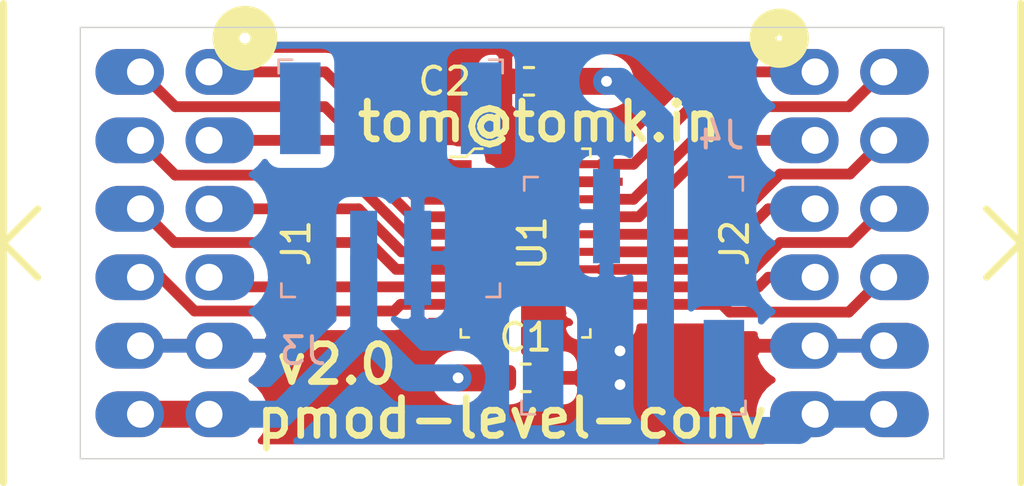
<source format=kicad_pcb>
(kicad_pcb (version 20171130) (host pcbnew 5.1.4+dfsg1-1)

  (general
    (thickness 1.6)
    (drawings 7)
    (tracks 93)
    (zones 0)
    (modules 7)
    (nets 20)
  )

  (page A4)
  (layers
    (0 F.Cu signal)
    (31 B.Cu signal)
    (32 B.Adhes user)
    (33 F.Adhes user)
    (34 B.Paste user)
    (35 F.Paste user)
    (36 B.SilkS user)
    (37 F.SilkS user)
    (38 B.Mask user)
    (39 F.Mask user)
    (40 Dwgs.User user)
    (41 Cmts.User user)
    (42 Eco1.User user)
    (43 Eco2.User user)
    (44 Edge.Cuts user)
    (45 Margin user)
    (46 B.CrtYd user)
    (47 F.CrtYd user)
    (48 B.Fab user)
    (49 F.Fab user)
  )

  (setup
    (last_trace_width 0.4)
    (user_trace_width 0.4)
    (user_trace_width 1)
    (trace_clearance 0.2)
    (zone_clearance 0.508)
    (zone_45_only no)
    (trace_min 0.2)
    (via_size 0.8)
    (via_drill 0.4)
    (via_min_size 0.4)
    (via_min_drill 0.3)
    (uvia_size 0.3)
    (uvia_drill 0.1)
    (uvias_allowed no)
    (uvia_min_size 0.2)
    (uvia_min_drill 0.1)
    (edge_width 0.05)
    (segment_width 0.2)
    (pcb_text_width 0.3)
    (pcb_text_size 1.5 1.5)
    (mod_edge_width 0.12)
    (mod_text_size 1 1)
    (mod_text_width 0.15)
    (pad_size 1.524 1.524)
    (pad_drill 0.762)
    (pad_to_mask_clearance 0.051)
    (solder_mask_min_width 0.25)
    (aux_axis_origin 84.5 86)
    (visible_elements FFFDFF7F)
    (pcbplotparams
      (layerselection 0x010f0_ffffffff)
      (usegerberextensions false)
      (usegerberattributes false)
      (usegerberadvancedattributes false)
      (creategerberjobfile false)
      (excludeedgelayer true)
      (linewidth 0.100000)
      (plotframeref false)
      (viasonmask false)
      (mode 1)
      (useauxorigin true)
      (hpglpennumber 1)
      (hpglpenspeed 20)
      (hpglpendiameter 15.000000)
      (psnegative false)
      (psa4output false)
      (plotreference true)
      (plotvalue true)
      (plotinvisibletext false)
      (padsonsilk false)
      (subtractmaskfromsilk false)
      (outputformat 1)
      (mirror false)
      (drillshape 0)
      (scaleselection 1)
      (outputdirectory "gerber"))
  )

  (net 0 "")
  (net 1 GND)
  (net 2 /VCCA)
  (net 3 /VCCB)
  (net 4 /A4)
  (net 5 /A8)
  (net 6 /A3)
  (net 7 /A7)
  (net 8 /A2)
  (net 9 /A6)
  (net 10 /A1)
  (net 11 /A5)
  (net 12 /B8)
  (net 13 /B4)
  (net 14 /B7)
  (net 15 /B3)
  (net 16 /B6)
  (net 17 /B2)
  (net 18 /B5)
  (net 19 /B1)

  (net_class Default "This is the default net class."
    (clearance 0.2)
    (trace_width 0.25)
    (via_dia 0.8)
    (via_drill 0.4)
    (uvia_dia 0.3)
    (uvia_drill 0.1)
    (add_net /A1)
    (add_net /A2)
    (add_net /A3)
    (add_net /A4)
    (add_net /A5)
    (add_net /A6)
    (add_net /A7)
    (add_net /A8)
    (add_net /B1)
    (add_net /B2)
    (add_net /B3)
    (add_net /B4)
    (add_net /B5)
    (add_net /B6)
    (add_net /B7)
    (add_net /B8)
    (add_net /VCCA)
    (add_net /VCCB)
    (add_net GND)
  )

  (module digikey-footprints:TSSOP-20_W4.4mm (layer F.Cu) (tedit 5D28AC99) (tstamp 5DC6C6BC)
    (at 101 78 270)
    (descr http://www.ti.com/lit/ds/symlink/txb0108.pdf)
    (path /5DC6D489)
    (attr smd)
    (fp_text reference U1 (at 0 -0.25 90) (layer F.SilkS)
      (effects (font (size 1 1) (thickness 0.15)))
    )
    (fp_text value TXB0108PWR (at 0 5.22 90) (layer F.Fab)
      (effects (font (size 1 1) (thickness 0.15)))
    )
    (fp_line (start 3.25 -2.2) (end 3.25 2.2) (layer F.Fab) (width 0.1))
    (fp_line (start -3.25 -2.2) (end 3.25 -2.2) (layer F.Fab) (width 0.1))
    (fp_line (start 3.5 -2.4) (end 3.5 -2.1) (layer F.SilkS) (width 0.1))
    (fp_line (start 3.2 -2.4) (end 3.5 -2.4) (layer F.SilkS) (width 0.1))
    (fp_line (start -3.5 -2.4) (end -3.5 -2.1) (layer F.SilkS) (width 0.1))
    (fp_line (start -3.2 -2.4) (end -3.5 -2.4) (layer F.SilkS) (width 0.1))
    (fp_line (start 3.5 2.4) (end 3.5 2.1) (layer F.SilkS) (width 0.1))
    (fp_line (start 3.5 2.4) (end 3.2 2.4) (layer F.SilkS) (width 0.1))
    (fp_line (start -3.24 1.74) (end -2.74 2.2) (layer F.Fab) (width 0.1))
    (fp_line (start -3.25 -2.2) (end -3.25 1.73) (layer F.Fab) (width 0.1))
    (fp_line (start 3.25 2.2) (end -2.73 2.2) (layer F.Fab) (width 0.1))
    (fp_line (start -3.2 2.2) (end -3.2 2.8) (layer F.SilkS) (width 0.1))
    (fp_line (start -3.5 1.9) (end -3.2 2.2) (layer F.SilkS) (width 0.1))
    (fp_line (start -3.5 1.6) (end -3.5 1.9) (layer F.SilkS) (width 0.1))
    (fp_line (start -3.5 -3.85) (end -3.5 3.85) (layer F.CrtYd) (width 0.05))
    (fp_line (start 3.5 -3.85) (end 3.5 3.85) (layer F.CrtYd) (width 0.05))
    (fp_line (start -3.5 -3.85) (end 3.5 -3.85) (layer F.CrtYd) (width 0.05))
    (fp_line (start -3.5 3.85) (end 3.5 3.85) (layer F.CrtYd) (width 0.05))
    (fp_text user REF** (at 0 0 90) (layer F.Fab)
      (effects (font (size 1 1) (thickness 0.1)))
    )
    (pad 20 smd rect (at -2.925 -2.8 270) (size 0.3 1.6) (layers F.Cu F.Paste F.Mask)
      (net 19 /B1) (solder_mask_margin 0.07))
    (pad 19 smd rect (at -2.275 -2.8 270) (size 0.3 1.6) (layers F.Cu F.Paste F.Mask)
      (net 3 /VCCB) (solder_mask_margin 0.07))
    (pad 18 smd rect (at -1.625 -2.8 270) (size 0.3 1.6) (layers F.Cu F.Paste F.Mask)
      (net 17 /B2) (solder_mask_margin 0.07))
    (pad 17 smd rect (at -0.975 -2.8 270) (size 0.3 1.6) (layers F.Cu F.Paste F.Mask)
      (net 15 /B3) (solder_mask_margin 0.07))
    (pad 16 smd rect (at -0.325 -2.8 270) (size 0.3 1.6) (layers F.Cu F.Paste F.Mask)
      (net 13 /B4) (solder_mask_margin 0.07))
    (pad 15 smd rect (at 0.325 -2.8 270) (size 0.3 1.6) (layers F.Cu F.Paste F.Mask)
      (net 18 /B5) (solder_mask_margin 0.07))
    (pad 14 smd rect (at 0.975 -2.8 270) (size 0.3 1.6) (layers F.Cu F.Paste F.Mask)
      (net 16 /B6) (solder_mask_margin 0.07))
    (pad 13 smd rect (at 1.625 -2.8 270) (size 0.3 1.6) (layers F.Cu F.Paste F.Mask)
      (net 14 /B7) (solder_mask_margin 0.07))
    (pad 12 smd rect (at 2.275 -2.8 270) (size 0.3 1.6) (layers F.Cu F.Paste F.Mask)
      (net 12 /B8) (solder_mask_margin 0.07))
    (pad 11 smd rect (at 2.925 -2.8 270) (size 0.3 1.6) (layers F.Cu F.Paste F.Mask)
      (net 1 GND) (solder_mask_margin 0.07))
    (pad 10 smd rect (at 2.925 2.8 270) (size 0.3 1.6) (layers F.Cu F.Paste F.Mask)
      (net 2 /VCCA) (solder_mask_margin 0.07))
    (pad 9 smd rect (at 2.275 2.8 270) (size 0.3 1.6) (layers F.Cu F.Paste F.Mask)
      (net 5 /A8) (solder_mask_margin 0.07))
    (pad 8 smd rect (at 1.625 2.8 270) (size 0.3 1.6) (layers F.Cu F.Paste F.Mask)
      (net 7 /A7) (solder_mask_margin 0.07))
    (pad 7 smd rect (at 0.975 2.8 270) (size 0.3 1.6) (layers F.Cu F.Paste F.Mask)
      (net 9 /A6) (solder_mask_margin 0.07))
    (pad 6 smd rect (at 0.325 2.8 270) (size 0.3 1.6) (layers F.Cu F.Paste F.Mask)
      (net 11 /A5) (solder_mask_margin 0.07))
    (pad 5 smd rect (at -0.325 2.8 270) (size 0.3 1.6) (layers F.Cu F.Paste F.Mask)
      (net 4 /A4) (solder_mask_margin 0.07))
    (pad 4 smd rect (at -0.975 2.8 270) (size 0.3 1.6) (layers F.Cu F.Paste F.Mask)
      (net 6 /A3) (solder_mask_margin 0.07))
    (pad 3 smd rect (at -1.625 2.8 270) (size 0.3 1.6) (layers F.Cu F.Paste F.Mask)
      (net 8 /A2) (solder_mask_margin 0.07))
    (pad 2 smd rect (at -2.275 2.8 270) (size 0.3 1.6) (layers F.Cu F.Paste F.Mask)
      (net 2 /VCCA) (solder_mask_margin 0.07))
    (pad 1 smd rect (at -2.925 2.8 270) (size 0.3 1.6) (layers F.Cu F.Paste F.Mask)
      (net 10 /A1) (solder_mask_margin 0.07))
  )

  (module digikey-footprints:PinHeader_2x1mm_P2mm_SMD_RA (layer B.Cu) (tedit 5D28955D) (tstamp 5DC6C7C1)
    (at 105 77)
    (path /5DC8599C)
    (attr smd)
    (fp_text reference J4 (at 3.25 -3) (layer B.SilkS)
      (effects (font (size 1 1) (thickness 0.15)) (justify mirror))
    )
    (fp_text value VCCB (at 0 -2.99) (layer B.Fab)
      (effects (font (size 1 1) (thickness 0.15)) (justify mirror))
    )
    (fp_line (start -3.95 7.25) (end 3.95 7.25) (layer B.Fab) (width 0.1))
    (fp_line (start 3.95 7.25) (end 3.95 -1.35) (layer B.Fab) (width 0.1))
    (fp_line (start -3.95 -1.35) (end 3.95 -1.35) (layer B.Fab) (width 0.1))
    (fp_line (start -3.95 7.25) (end -3.95 -1.35) (layer B.Fab) (width 0.1))
    (fp_line (start -4.15 7.35) (end -4.15 6.85) (layer B.SilkS) (width 0.1))
    (fp_line (start -4.15 7.35) (end -3.65 7.35) (layer B.SilkS) (width 0.1))
    (fp_line (start 4.15 7.35) (end 3.65 7.35) (layer B.SilkS) (width 0.1))
    (fp_line (start 4.15 7.35) (end 4.15 6.85) (layer B.SilkS) (width 0.1))
    (fp_line (start 4.05 -1.45) (end 3.55 -1.45) (layer B.SilkS) (width 0.1))
    (fp_line (start 4.05 -1.45) (end 4.05 -0.95) (layer B.SilkS) (width 0.1))
    (fp_line (start -4.05 -1.45) (end -3.55 -1.45) (layer B.SilkS) (width 0.1))
    (fp_line (start -4.05 -1.45) (end -4.05 -0.95) (layer B.SilkS) (width 0.1))
    (fp_line (start 4.35 7.5) (end -4.35 7.5) (layer B.CrtYd) (width 0.05))
    (fp_line (start 4.35 7.5) (end 4.35 -2) (layer B.CrtYd) (width 0.05))
    (fp_line (start 4.35 -2) (end -4.35 -2) (layer B.CrtYd) (width 0.05))
    (fp_line (start -4.35 7.5) (end -4.35 -2) (layer B.CrtYd) (width 0.05))
    (fp_text user %R (at 0 3.5) (layer B.Fab)
      (effects (font (size 1 1) (thickness 0.15)) (justify mirror))
    )
    (pad "" smd rect (at 3.35 5.55) (size 1.5 3.4) (layers B.Cu B.Paste B.Mask))
    (pad "" smd rect (at -3.35 5.55) (size 1.5 3.4) (layers B.Cu B.Paste B.Mask))
    (pad 2 smd rect (at 1 0) (size 1 3.5) (layers B.Cu B.Paste B.Mask)
      (net 3 /VCCB))
    (pad 1 smd rect (at -1 0) (size 1 3.5) (layers B.Cu B.Paste B.Mask)
      (net 1 GND))
  )

  (module digikey-footprints:PinHeader_2x1mm_P2mm_SMD_RA (layer B.Cu) (tedit 5D28955D) (tstamp 5DC6C5B8)
    (at 96 78.55 180)
    (path /5DC8D228)
    (attr smd)
    (fp_text reference J3 (at 3.25 -3.45) (layer B.SilkS)
      (effects (font (size 1 1) (thickness 0.15)) (justify mirror))
    )
    (fp_text value VCCA (at 0 -2.99) (layer B.Fab)
      (effects (font (size 1 1) (thickness 0.15)) (justify mirror))
    )
    (fp_line (start -3.95 7.25) (end 3.95 7.25) (layer B.Fab) (width 0.1))
    (fp_line (start 3.95 7.25) (end 3.95 -1.35) (layer B.Fab) (width 0.1))
    (fp_line (start -3.95 -1.35) (end 3.95 -1.35) (layer B.Fab) (width 0.1))
    (fp_line (start -3.95 7.25) (end -3.95 -1.35) (layer B.Fab) (width 0.1))
    (fp_line (start -4.15 7.35) (end -4.15 6.85) (layer B.SilkS) (width 0.1))
    (fp_line (start -4.15 7.35) (end -3.65 7.35) (layer B.SilkS) (width 0.1))
    (fp_line (start 4.15 7.35) (end 3.65 7.35) (layer B.SilkS) (width 0.1))
    (fp_line (start 4.15 7.35) (end 4.15 6.85) (layer B.SilkS) (width 0.1))
    (fp_line (start 4.05 -1.45) (end 3.55 -1.45) (layer B.SilkS) (width 0.1))
    (fp_line (start 4.05 -1.45) (end 4.05 -0.95) (layer B.SilkS) (width 0.1))
    (fp_line (start -4.05 -1.45) (end -3.55 -1.45) (layer B.SilkS) (width 0.1))
    (fp_line (start -4.05 -1.45) (end -4.05 -0.95) (layer B.SilkS) (width 0.1))
    (fp_line (start 4.35 7.5) (end -4.35 7.5) (layer B.CrtYd) (width 0.05))
    (fp_line (start 4.35 7.5) (end 4.35 -2) (layer B.CrtYd) (width 0.05))
    (fp_line (start 4.35 -2) (end -4.35 -2) (layer B.CrtYd) (width 0.05))
    (fp_line (start -4.35 7.5) (end -4.35 -2) (layer B.CrtYd) (width 0.05))
    (fp_text user %R (at 0 3.5) (layer B.Fab)
      (effects (font (size 1 1) (thickness 0.15)) (justify mirror))
    )
    (pad "" smd rect (at 3.35 5.55 180) (size 1.5 3.4) (layers B.Cu B.Paste B.Mask))
    (pad "" smd rect (at -3.35 5.55 180) (size 1.5 3.4) (layers B.Cu B.Paste B.Mask))
    (pad 2 smd rect (at 1 0 180) (size 1 3.5) (layers B.Cu B.Paste B.Mask)
      (net 2 /VCCA))
    (pad 1 smd rect (at -1 0 180) (size 1 3.5) (layers B.Cu B.Paste B.Mask)
      (net 1 GND))
  )

  (module tom-connectors:PMOD_2X6_PTH_RA_SOCKET (layer F.Cu) (tedit 5DA386D0) (tstamp 5DC6CA2F)
    (at 113 78 90)
    (path /5DC6BCB4)
    (attr smd)
    (fp_text reference J2 (at 0 -4.25 90) (layer F.SilkS)
      (effects (font (size 1 1) (thickness 0.15)))
    )
    (fp_text value PMOD-2x6-FEMALE (at 0 0 90) (layer F.SilkS) hide
      (effects (font (size 1 1) (thickness 0.15)))
    )
    (fp_circle (center 7.6 -2.6) (end 7.7 -2.6) (layer F.SilkS) (width 1))
    (fp_line (start 0 6.35) (end -1.27 5.08) (layer F.SilkS) (width 0.254))
    (fp_line (start 1.27 5.08) (end 0 6.35) (layer F.SilkS) (width 0.254))
    (fp_line (start 0 6.35) (end -8.89 6.35) (layer F.SilkS) (width 0.254))
    (fp_line (start 8.89 6.35) (end 0 6.35) (layer F.SilkS) (width 0.254))
    (pad 12 thru_hole oval (at -6.35 1.27) (size 2.54 1.7) (drill 1 (offset 0.4 0)) (layers *.Cu *.Mask)
      (net 3 /VCCB))
    (pad 6 thru_hole oval (at -6.35 -1.27) (size 2.54 1.7) (drill 1 (offset -0.4 0)) (layers *.Cu *.Mask)
      (net 3 /VCCB))
    (pad 11 thru_hole oval (at -3.81 1.27) (size 2.54 1.7) (drill 1 (offset 0.4 0)) (layers *.Cu *.Mask)
      (net 1 GND))
    (pad 5 thru_hole oval (at -3.81 -1.27) (size 2.54 1.7) (drill 1 (offset -0.4 0)) (layers *.Cu *.Mask)
      (net 1 GND))
    (pad 10 thru_hole oval (at -1.27 1.27) (size 2.54 1.7) (drill 1 (offset 0.4 0)) (layers *.Cu *.Mask)
      (net 12 /B8))
    (pad 4 thru_hole oval (at -1.27 -1.27) (size 2.54 1.7) (drill 1 (offset -0.4 0)) (layers *.Cu *.Mask)
      (net 14 /B7))
    (pad 9 thru_hole oval (at 1.27 1.27) (size 2.54 1.7) (drill 1 (offset 0.4 0)) (layers *.Cu *.Mask)
      (net 16 /B6))
    (pad 3 thru_hole oval (at 1.27 -1.27) (size 2.54 1.7) (drill 1 (offset -0.4 0)) (layers *.Cu *.Mask)
      (net 18 /B5))
    (pad 8 thru_hole oval (at 3.81 1.27) (size 2.54 1.7) (drill 1 (offset 0.4 0)) (layers *.Cu *.Mask)
      (net 13 /B4))
    (pad 2 thru_hole oval (at 3.81 -1.27) (size 2.54 1.7) (drill 1 (offset -0.4 0)) (layers *.Cu *.Mask)
      (net 15 /B3))
    (pad 7 thru_hole oval (at 6.35 1.27) (size 2.54 1.7) (drill 1 (offset 0.4 0)) (layers *.Cu *.Mask)
      (net 17 /B2))
    (pad 1 thru_hole oval (at 6.35 -1.27) (size 2.54 1.7) (drill 1 (offset -0.4 0)) (layers *.Cu *.Mask)
      (net 19 /B1))
    (model ${KIPRJMOD}/tom-kicad/footprints/3dmodels/SFH11-xxPC-D06-RA-BK.STEP
      (offset (xyz -6.4 11.5 3))
      (scale (xyz 1 1 1))
      (rotate (xyz 180 -90 180))
    )
  )

  (module tom-connectors:PMOD_2X6_PTH_RA_PLUG (layer F.Cu) (tedit 5C2B1D84) (tstamp 5DC6B88C)
    (at 88 78 270)
    (path /5DC6A604)
    (attr smd)
    (fp_text reference J1 (at 0 -4.5 90) (layer F.SilkS)
      (effects (font (size 1 1) (thickness 0.15)))
    )
    (fp_text value PMOD-2x6-MALE (at 0 0 90) (layer F.SilkS) hide
      (effects (font (size 1 1) (thickness 0.15)))
    )
    (fp_line (start 8.89 6.35) (end 0 6.35) (layer F.SilkS) (width 0.254))
    (fp_line (start 0 6.35) (end -8.89 6.35) (layer F.SilkS) (width 0.254))
    (fp_line (start 1.27 5.08) (end 0 6.35) (layer F.SilkS) (width 0.254))
    (fp_line (start 0 6.35) (end -1.27 5.08) (layer F.SilkS) (width 0.254))
    (fp_circle (center -7.6 -2.6) (end -7.4 -2.6) (layer F.SilkS) (width 1))
    (pad 6 thru_hole oval (at 6.35 -1.27 180) (size 2.54 1.7) (drill 1 (offset -0.4 0)) (layers *.Cu *.Mask)
      (net 2 /VCCA))
    (pad 12 thru_hole oval (at 6.35 1.27 180) (size 2.54 1.7) (drill 1 (offset 0.4 0)) (layers *.Cu *.Mask)
      (net 2 /VCCA))
    (pad 5 thru_hole oval (at 3.81 -1.27 180) (size 2.54 1.7) (drill 1 (offset -0.4 0)) (layers *.Cu *.Mask)
      (net 1 GND))
    (pad 11 thru_hole oval (at 3.81 1.27 180) (size 2.54 1.7) (drill 1 (offset 0.4 0)) (layers *.Cu *.Mask)
      (net 1 GND))
    (pad 4 thru_hole oval (at 1.27 -1.27 180) (size 2.54 1.7) (drill 1 (offset -0.4 0)) (layers *.Cu *.Mask)
      (net 7 /A7))
    (pad 10 thru_hole oval (at 1.27 1.27 180) (size 2.54 1.7) (drill 1 (offset 0.4 0)) (layers *.Cu *.Mask)
      (net 5 /A8))
    (pad 3 thru_hole oval (at -1.27 -1.27 180) (size 2.54 1.7) (drill 1 (offset -0.4 0)) (layers *.Cu *.Mask)
      (net 11 /A5))
    (pad 9 thru_hole oval (at -1.27 1.27 180) (size 2.54 1.7) (drill 1 (offset 0.4 0)) (layers *.Cu *.Mask)
      (net 9 /A6))
    (pad 2 thru_hole oval (at -3.81 -1.27 180) (size 2.54 1.7) (drill 1 (offset -0.4 0)) (layers *.Cu *.Mask)
      (net 6 /A3))
    (pad 8 thru_hole oval (at -3.81 1.27 180) (size 2.54 1.7) (drill 1 (offset 0.4 0)) (layers *.Cu *.Mask)
      (net 4 /A4))
    (pad 1 thru_hole oval (at -6.35 -1.27 180) (size 2.54 1.7) (drill 1 (offset -0.4 0)) (layers *.Cu *.Mask)
      (net 10 /A1))
    (pad 7 thru_hole oval (at -6.35 1.27 180) (size 2.54 1.7) (drill 1 (offset 0.4 0)) (layers *.Cu *.Mask)
      (net 8 /A2))
  )

  (module tom-passives:C_0603_1608Metric_Pad1.05x0.95mm_HandSolder (layer F.Cu) (tedit 5B301BBE) (tstamp 5DC6C8FE)
    (at 101.125 72 180)
    (descr "Capacitor SMD 0603 (1608 Metric), square (rectangular) end terminal, IPC_7351 nominal with elongated pad for handsoldering. (Body size source: http://www.tortai-tech.com/upload/download/2011102023233369053.pdf), generated with kicad-footprint-generator")
    (tags "capacitor handsolder")
    (path /5DC8157D)
    (attr smd)
    (fp_text reference C2 (at 3.125 0) (layer F.SilkS)
      (effects (font (size 1 1) (thickness 0.15)))
    )
    (fp_text value 0.1uF/10V (at 0 1.43) (layer F.Fab)
      (effects (font (size 1 1) (thickness 0.15)))
    )
    (fp_text user %R (at 0 0) (layer F.Fab)
      (effects (font (size 0.4 0.4) (thickness 0.06)))
    )
    (fp_line (start 1.65 0.73) (end -1.65 0.73) (layer F.CrtYd) (width 0.05))
    (fp_line (start 1.65 -0.73) (end 1.65 0.73) (layer F.CrtYd) (width 0.05))
    (fp_line (start -1.65 -0.73) (end 1.65 -0.73) (layer F.CrtYd) (width 0.05))
    (fp_line (start -1.65 0.73) (end -1.65 -0.73) (layer F.CrtYd) (width 0.05))
    (fp_line (start -0.171267 0.51) (end 0.171267 0.51) (layer F.SilkS) (width 0.12))
    (fp_line (start -0.171267 -0.51) (end 0.171267 -0.51) (layer F.SilkS) (width 0.12))
    (fp_line (start 0.8 0.4) (end -0.8 0.4) (layer F.Fab) (width 0.1))
    (fp_line (start 0.8 -0.4) (end 0.8 0.4) (layer F.Fab) (width 0.1))
    (fp_line (start -0.8 -0.4) (end 0.8 -0.4) (layer F.Fab) (width 0.1))
    (fp_line (start -0.8 0.4) (end -0.8 -0.4) (layer F.Fab) (width 0.1))
    (pad 2 smd roundrect (at 0.875 0 180) (size 1.05 0.95) (layers F.Cu F.Paste F.Mask) (roundrect_rratio 0.25)
      (net 1 GND))
    (pad 1 smd roundrect (at -0.875 0 180) (size 1.05 0.95) (layers F.Cu F.Paste F.Mask) (roundrect_rratio 0.25)
      (net 3 /VCCB))
    (model ${KISYS3DMOD}/Capacitor_SMD.3dshapes/C_0603_1608Metric.wrl
      (at (xyz 0 0 0))
      (scale (xyz 1 1 1))
      (rotate (xyz 0 0 0))
    )
  )

  (module tom-passives:C_0603_1608Metric_Pad1.05x0.95mm_HandSolder (layer F.Cu) (tedit 5B301BBE) (tstamp 5DC6C9A0)
    (at 101 83)
    (descr "Capacitor SMD 0603 (1608 Metric), square (rectangular) end terminal, IPC_7351 nominal with elongated pad for handsoldering. (Body size source: http://www.tortai-tech.com/upload/download/2011102023233369053.pdf), generated with kicad-footprint-generator")
    (tags "capacitor handsolder")
    (path /5DC818BC)
    (attr smd)
    (fp_text reference C1 (at 0 -1.5) (layer F.SilkS)
      (effects (font (size 1 1) (thickness 0.15)))
    )
    (fp_text value 0.1uF/10V (at 0 1.43) (layer F.Fab)
      (effects (font (size 1 1) (thickness 0.15)))
    )
    (fp_text user %R (at 0 0) (layer F.Fab)
      (effects (font (size 0.4 0.4) (thickness 0.06)))
    )
    (fp_line (start 1.65 0.73) (end -1.65 0.73) (layer F.CrtYd) (width 0.05))
    (fp_line (start 1.65 -0.73) (end 1.65 0.73) (layer F.CrtYd) (width 0.05))
    (fp_line (start -1.65 -0.73) (end 1.65 -0.73) (layer F.CrtYd) (width 0.05))
    (fp_line (start -1.65 0.73) (end -1.65 -0.73) (layer F.CrtYd) (width 0.05))
    (fp_line (start -0.171267 0.51) (end 0.171267 0.51) (layer F.SilkS) (width 0.12))
    (fp_line (start -0.171267 -0.51) (end 0.171267 -0.51) (layer F.SilkS) (width 0.12))
    (fp_line (start 0.8 0.4) (end -0.8 0.4) (layer F.Fab) (width 0.1))
    (fp_line (start 0.8 -0.4) (end 0.8 0.4) (layer F.Fab) (width 0.1))
    (fp_line (start -0.8 -0.4) (end 0.8 -0.4) (layer F.Fab) (width 0.1))
    (fp_line (start -0.8 0.4) (end -0.8 -0.4) (layer F.Fab) (width 0.1))
    (pad 2 smd roundrect (at 0.875 0) (size 1.05 0.95) (layers F.Cu F.Paste F.Mask) (roundrect_rratio 0.25)
      (net 1 GND))
    (pad 1 smd roundrect (at -0.875 0) (size 1.05 0.95) (layers F.Cu F.Paste F.Mask) (roundrect_rratio 0.25)
      (net 2 /VCCA))
    (model ${KISYS3DMOD}/Capacitor_SMD.3dshapes/C_0603_1608Metric.wrl
      (at (xyz 0 0 0))
      (scale (xyz 1 1 1))
      (rotate (xyz 0 0 0))
    )
  )

  (gr_text v2.0 (at 94 82.5) (layer F.SilkS)
    (effects (font (size 1.4 1.4) (thickness 0.25)))
  )
  (gr_text tom@tomk.in (at 101.5 73.5) (layer F.SilkS)
    (effects (font (size 1.4 1.4) (thickness 0.25)))
  )
  (gr_text pmod-level-conv (at 100.5 84.5) (layer F.SilkS)
    (effects (font (size 1.4 1.4) (thickness 0.25)))
  )
  (gr_line (start 84.5 86) (end 84.5 70) (layer Edge.Cuts) (width 0.05) (tstamp 5DC6CDC1))
  (gr_line (start 116.5 86) (end 84.5 86) (layer Edge.Cuts) (width 0.05))
  (gr_line (start 116.5 70) (end 116.5 86) (layer Edge.Cuts) (width 0.05))
  (gr_line (start 84.5 70) (end 116.5 70) (layer Edge.Cuts) (width 0.05))

  (via (at 104.5 82) (size 0.8) (drill 0.4) (layers F.Cu B.Cu) (net 1))
  (via (at 104.5 83.25) (size 0.8) (drill 0.4) (layers F.Cu B.Cu) (net 1) (tstamp 5DC6CF69))
  (segment (start 86.73 84.35) (end 89.27 84.35) (width 1) (layer F.Cu) (net 2))
  (segment (start 95 81.3) (end 96.7 83) (width 1) (layer B.Cu) (net 2))
  (segment (start 95 78.55) (end 95 81.3) (width 1) (layer B.Cu) (net 2))
  (via (at 98.5 83) (size 0.8) (drill 0.4) (layers F.Cu B.Cu) (net 2))
  (segment (start 96.7 83) (end 98.5 83) (width 1) (layer B.Cu) (net 2))
  (segment (start 98.5 83) (end 100.125 83) (width 1) (layer F.Cu) (net 2))
  (segment (start 91.95 84.35) (end 89.27 84.35) (width 1) (layer B.Cu) (net 2))
  (segment (start 95 81.3) (end 91.95 84.35) (width 1) (layer B.Cu) (net 2))
  (segment (start 100.125 82.425) (end 100.125 83) (width 0.4) (layer F.Cu) (net 2))
  (segment (start 99.4 75.725) (end 100.125 76.45) (width 0.4) (layer F.Cu) (net 2))
  (segment (start 98.2 75.725) (end 99.4 75.725) (width 0.4) (layer F.Cu) (net 2))
  (segment (start 100.075 80.925) (end 100.125 80.875) (width 0.4) (layer F.Cu) (net 2))
  (segment (start 98.2 80.925) (end 100.075 80.925) (width 0.4) (layer F.Cu) (net 2))
  (segment (start 100.125 76.45) (end 100.125 80.875) (width 0.4) (layer F.Cu) (net 2))
  (segment (start 100.125 80.875) (end 100.125 82.425) (width 0.4) (layer F.Cu) (net 2))
  (segment (start 102 75.125) (end 102.6 75.725) (width 0.4) (layer F.Cu) (net 3))
  (segment (start 102.6 75.725) (end 103.8 75.725) (width 0.4) (layer F.Cu) (net 3))
  (segment (start 102 72) (end 102 75.125) (width 0.4) (layer F.Cu) (net 3))
  (segment (start 114.27 84.35) (end 111.73 84.35) (width 1) (layer B.Cu) (net 3))
  (segment (start 106 83.910002) (end 106 79.75) (width 1) (layer B.Cu) (net 3))
  (segment (start 111.129999 84.950001) (end 107.039999 84.950001) (width 1) (layer B.Cu) (net 3))
  (segment (start 106 79.75) (end 106 77) (width 1) (layer B.Cu) (net 3))
  (segment (start 107.039999 84.950001) (end 106 83.910002) (width 1) (layer B.Cu) (net 3))
  (segment (start 111.73 84.35) (end 111.129999 84.950001) (width 1) (layer B.Cu) (net 3))
  (segment (start 106 77) (end 106 73.5) (width 1) (layer B.Cu) (net 3))
  (via (at 104 72) (size 0.8) (drill 0.4) (layers F.Cu B.Cu) (net 3))
  (segment (start 106 73.5) (end 104.5 72) (width 1) (layer B.Cu) (net 3))
  (segment (start 104.5 72) (end 104 72) (width 1) (layer B.Cu) (net 3))
  (segment (start 104 72) (end 102 72) (width 1) (layer F.Cu) (net 3))
  (segment (start 97 77.675) (end 98.2 77.675) (width 0.4) (layer F.Cu) (net 4))
  (segment (start 94.407906 75.47999) (end 96.602916 77.675) (width 0.4) (layer F.Cu) (net 4))
  (segment (start 88.01999 75.47999) (end 94.407906 75.47999) (width 0.4) (layer F.Cu) (net 4))
  (segment (start 96.602916 77.675) (end 97 77.675) (width 0.4) (layer F.Cu) (net 4))
  (segment (start 86.73 74.19) (end 88.01999 75.47999) (width 0.4) (layer F.Cu) (net 4))
  (segment (start 96.370018 80.275) (end 97 80.275) (width 0.4) (layer F.Cu) (net 5))
  (segment (start 96.125008 80.52001) (end 96.370018 80.275) (width 0.4) (layer F.Cu) (net 5))
  (segment (start 88.732229 80.52001) (end 96.125008 80.52001) (width 0.4) (layer F.Cu) (net 5))
  (segment (start 87.482219 79.27) (end 88.732229 80.52001) (width 0.4) (layer F.Cu) (net 5))
  (segment (start 97 80.275) (end 98.2 80.275) (width 0.4) (layer F.Cu) (net 5))
  (segment (start 86.73 79.27) (end 87.482219 79.27) (width 0.4) (layer F.Cu) (net 5))
  (segment (start 97 77.025) (end 98.2 77.025) (width 0.4) (layer F.Cu) (net 6))
  (segment (start 96.801458 77.025) (end 97 77.025) (width 0.4) (layer F.Cu) (net 6))
  (segment (start 93.966458 74.19) (end 96.801458 77.025) (width 0.4) (layer F.Cu) (net 6))
  (segment (start 89.27 74.19) (end 93.966458 74.19) (width 0.4) (layer F.Cu) (net 6))
  (segment (start 89.625 79.625) (end 98.2 79.625) (width 0.4) (layer F.Cu) (net 7))
  (segment (start 89.27 79.27) (end 89.625 79.625) (width 0.4) (layer F.Cu) (net 7))
  (segment (start 97 76.375) (end 98.2 76.375) (width 0.4) (layer F.Cu) (net 8))
  (segment (start 93.56499 72.93999) (end 97 76.375) (width 0.4) (layer F.Cu) (net 8))
  (segment (start 88.01999 72.93999) (end 93.56499 72.93999) (width 0.4) (layer F.Cu) (net 8))
  (segment (start 86.73 71.65) (end 88.01999 72.93999) (width 0.4) (layer F.Cu) (net 8))
  (segment (start 96.205832 78.975) (end 97 78.975) (width 0.4) (layer F.Cu) (net 9))
  (segment (start 95.210842 77.98001) (end 96.205832 78.975) (width 0.4) (layer F.Cu) (net 9))
  (segment (start 87.98001 77.98001) (end 95.210842 77.98001) (width 0.4) (layer F.Cu) (net 9))
  (segment (start 97 78.975) (end 98.2 78.975) (width 0.4) (layer F.Cu) (net 9))
  (segment (start 86.73 76.73) (end 87.98001 77.98001) (width 0.4) (layer F.Cu) (net 9) (tstamp 5DC6CF12))
  (segment (start 97 75.075) (end 98.2 75.075) (width 0.4) (layer F.Cu) (net 10))
  (segment (start 93.575 71.65) (end 97 75.075) (width 0.4) (layer F.Cu) (net 10))
  (segment (start 89.27 71.65) (end 93.575 71.65) (width 0.4) (layer F.Cu) (net 10))
  (segment (start 97 78.325) (end 98.2 78.325) (width 0.4) (layer F.Cu) (net 11))
  (segment (start 96.404374 78.325) (end 97 78.325) (width 0.4) (layer F.Cu) (net 11))
  (segment (start 94.809374 76.73) (end 96.404374 78.325) (width 0.4) (layer F.Cu) (net 11))
  (segment (start 89.27 76.73) (end 94.809374 76.73) (width 0.4) (layer F.Cu) (net 11))
  (segment (start 112.98001 80.55999) (end 114.27 79.27) (width 0.4) (layer F.Cu) (net 12))
  (segment (start 108.55999 80.55999) (end 112.98001 80.55999) (width 0.4) (layer F.Cu) (net 12))
  (segment (start 108.275 80.275) (end 108.55999 80.55999) (width 0.4) (layer F.Cu) (net 12))
  (segment (start 103.8 80.275) (end 108.275 80.275) (width 0.4) (layer F.Cu) (net 12))
  (segment (start 113.01999 75.44001) (end 114.27 74.19) (width 0.4) (layer F.Cu) (net 13))
  (segment (start 110.432209 75.44001) (end 113.01999 75.44001) (width 0.4) (layer F.Cu) (net 13))
  (segment (start 108.197219 77.675) (end 110.432209 75.44001) (width 0.4) (layer F.Cu) (net 13))
  (segment (start 103.8 77.675) (end 108.197219 77.675) (width 0.4) (layer F.Cu) (net 13))
  (segment (start 109.990761 79.27) (end 111.73 79.27) (width 0.4) (layer F.Cu) (net 14))
  (segment (start 109.635761 79.625) (end 109.990761 79.27) (width 0.4) (layer F.Cu) (net 14))
  (segment (start 103.8 79.625) (end 109.635761 79.625) (width 0.4) (layer F.Cu) (net 14))
  (segment (start 105 77.025) (end 103.8 77.025) (width 0.4) (layer F.Cu) (net 15))
  (segment (start 105.198542 77.025) (end 105 77.025) (width 0.4) (layer F.Cu) (net 15))
  (segment (start 108.033542 74.19) (end 105.198542 77.025) (width 0.4) (layer F.Cu) (net 15))
  (segment (start 111.73 74.19) (end 108.033542 74.19) (width 0.4) (layer F.Cu) (net 15))
  (segment (start 113.01999 77.98001) (end 114.27 76.73) (width 0.4) (layer F.Cu) (net 16))
  (segment (start 110.432209 77.98001) (end 113.01999 77.98001) (width 0.4) (layer F.Cu) (net 16))
  (segment (start 109.437219 78.975) (end 110.432209 77.98001) (width 0.4) (layer F.Cu) (net 16))
  (segment (start 103.8 78.975) (end 109.437219 78.975) (width 0.4) (layer F.Cu) (net 16))
  (segment (start 105 76.375) (end 103.8 76.375) (width 0.4) (layer F.Cu) (net 17))
  (segment (start 108.43501 72.93999) (end 105 76.375) (width 0.4) (layer F.Cu) (net 17))
  (segment (start 112.98001 72.93999) (end 108.43501 72.93999) (width 0.4) (layer F.Cu) (net 17))
  (segment (start 114.27 71.65) (end 112.98001 72.93999) (width 0.4) (layer F.Cu) (net 17))
  (segment (start 109.990761 76.73) (end 111.73 76.73) (width 0.4) (layer F.Cu) (net 18))
  (segment (start 108.395761 78.325) (end 109.990761 76.73) (width 0.4) (layer F.Cu) (net 18))
  (segment (start 103.8 78.325) (end 108.395761 78.325) (width 0.4) (layer F.Cu) (net 18) (tstamp 5DC6CE3C))
  (segment (start 108.425 71.65) (end 105 75.075) (width 0.4) (layer F.Cu) (net 19))
  (segment (start 105 75.075) (end 103.8 75.075) (width 0.4) (layer F.Cu) (net 19))
  (segment (start 111.73 71.65) (end 108.425 71.65) (width 0.4) (layer F.Cu) (net 19))

  (zone (net 1) (net_name GND) (layer F.Cu) (tstamp 5DC6CF82) (hatch edge 0.508)
    (connect_pads (clearance 0.508))
    (min_thickness 0.254)
    (fill yes (arc_segments 32) (thermal_gap 0.508) (thermal_bridge_width 0.508))
    (polygon
      (pts
        (xy 84.5 70) (xy 116.5 70) (xy 116.5 86) (xy 84.5 86)
      )
    )
    (filled_polygon
      (pts
        (xy 109.674207 70.815) (xy 108.466007 70.815) (xy 108.424999 70.810961) (xy 108.383991 70.815) (xy 108.383981 70.815)
        (xy 108.261311 70.827082) (xy 108.103913 70.874828) (xy 107.958854 70.952364) (xy 107.831709 71.056709) (xy 107.805559 71.088573)
        (xy 104.654133 74.24) (xy 103.758981 74.24) (xy 103.636311 74.252082) (xy 103.521439 74.286928) (xy 103 74.286928)
        (xy 102.875518 74.299188) (xy 102.835 74.311479) (xy 102.835 73.135) (xy 104.055752 73.135) (xy 104.222499 73.118577)
        (xy 104.436447 73.053676) (xy 104.633623 72.948284) (xy 104.806449 72.806449) (xy 104.948284 72.633623) (xy 105.053676 72.436447)
        (xy 105.118577 72.222499) (xy 105.140491 72) (xy 105.118577 71.777501) (xy 105.053676 71.563553) (xy 104.948284 71.366377)
        (xy 104.806449 71.193551) (xy 104.633623 71.051716) (xy 104.436447 70.946324) (xy 104.222499 70.881423) (xy 104.055752 70.865)
        (xy 101.944248 70.865) (xy 101.777501 70.881423) (xy 101.759354 70.886928) (xy 101.7125 70.886928) (xy 101.541684 70.903752)
        (xy 101.377433 70.953577) (xy 101.226058 71.034488) (xy 101.202161 71.054099) (xy 101.129494 70.994463) (xy 101.01918 70.935498)
        (xy 100.899482 70.899188) (xy 100.775 70.886928) (xy 100.53575 70.89) (xy 100.377 71.04875) (xy 100.377 71.873)
        (xy 100.397 71.873) (xy 100.397 72.127) (xy 100.377 72.127) (xy 100.377 72.95125) (xy 100.53575 73.11)
        (xy 100.775 73.113072) (xy 100.899482 73.100812) (xy 101.01918 73.064502) (xy 101.129494 73.005537) (xy 101.165 72.976398)
        (xy 101.165001 75.083972) (xy 101.16096 75.125) (xy 101.177082 75.288688) (xy 101.224828 75.446086) (xy 101.30011 75.586928)
        (xy 101.302365 75.591146) (xy 101.40671 75.718291) (xy 101.438574 75.744441) (xy 101.980558 76.286426) (xy 102.006709 76.318291)
        (xy 102.117134 76.408914) (xy 102.133854 76.422636) (xy 102.278913 76.500172) (xy 102.361964 76.525365) (xy 102.374188 76.649482)
        (xy 102.389512 76.7) (xy 102.374188 76.750518) (xy 102.361928 76.875) (xy 102.361928 77.175) (xy 102.374188 77.299482)
        (xy 102.389512 77.35) (xy 102.374188 77.400518) (xy 102.361928 77.525) (xy 102.361928 77.825) (xy 102.374188 77.949482)
        (xy 102.389512 78) (xy 102.374188 78.050518) (xy 102.361928 78.175) (xy 102.361928 78.475) (xy 102.374188 78.599482)
        (xy 102.389512 78.65) (xy 102.374188 78.700518) (xy 102.361928 78.825) (xy 102.361928 79.125) (xy 102.374188 79.249482)
        (xy 102.389512 79.3) (xy 102.374188 79.350518) (xy 102.361928 79.475) (xy 102.361928 79.775) (xy 102.374188 79.899482)
        (xy 102.389512 79.95) (xy 102.374188 80.000518) (xy 102.361928 80.125) (xy 102.361928 80.425) (xy 102.374188 80.549482)
        (xy 102.389409 80.599659) (xy 102.37602 80.641642) (xy 102.365 80.74325) (xy 102.52375 80.902) (xy 102.580271 80.902)
        (xy 102.636322 80.948) (xy 102.52375 80.948) (xy 102.365 81.10675) (xy 102.37602 81.208358) (xy 102.414026 81.327528)
        (xy 102.474551 81.436994) (xy 102.555269 81.532548) (xy 102.653078 81.610519) (xy 102.764219 81.667911) (xy 102.88442 81.702517)
        (xy 103.009063 81.713008) (xy 103.51425 81.71) (xy 103.673 81.55125) (xy 103.673 81.101532) (xy 103.758981 81.11)
        (xy 103.927 81.11) (xy 103.927 81.55125) (xy 104.08575 81.71) (xy 104.590937 81.713008) (xy 104.71558 81.702517)
        (xy 104.835781 81.667911) (xy 104.946922 81.610519) (xy 105.044731 81.532548) (xy 105.125449 81.436994) (xy 105.185974 81.327528)
        (xy 105.22398 81.208358) (xy 105.234648 81.11) (xy 107.929132 81.11) (xy 107.940548 81.121416) (xy 107.966699 81.153281)
        (xy 108.093844 81.257626) (xy 108.238903 81.335162) (xy 108.396301 81.382908) (xy 108.518971 81.39499) (xy 108.518972 81.39499)
        (xy 108.55999 81.39903) (xy 108.601008 81.39499) (xy 109.481446 81.39499) (xy 109.468524 81.45311) (xy 109.589845 81.683)
        (xy 111.203 81.683) (xy 111.203 81.663) (xy 111.457 81.663) (xy 111.457 81.683) (xy 114.543 81.683)
        (xy 114.543 81.663) (xy 114.797 81.663) (xy 114.797 81.683) (xy 114.817 81.683) (xy 114.817 81.937)
        (xy 114.797 81.937) (xy 114.797 81.957) (xy 114.543 81.957) (xy 114.543 81.937) (xy 111.457 81.937)
        (xy 111.457 81.957) (xy 111.203 81.957) (xy 111.203 81.937) (xy 109.589845 81.937) (xy 109.468524 82.16689)
        (xy 109.489437 82.260953) (xy 109.604709 82.529426) (xy 109.770143 82.770252) (xy 109.979381 82.974176) (xy 110.139337 83.078105)
        (xy 110.080986 83.109294) (xy 109.854866 83.294866) (xy 109.669294 83.520986) (xy 109.531401 83.778966) (xy 109.446487 84.058889)
        (xy 109.417815 84.35) (xy 109.446487 84.641111) (xy 109.531401 84.921034) (xy 109.669294 85.179014) (xy 109.801412 85.34)
        (xy 91.198588 85.34) (xy 91.330706 85.179014) (xy 91.468599 84.921034) (xy 91.553513 84.641111) (xy 91.582185 84.35)
        (xy 91.553513 84.058889) (xy 91.468599 83.778966) (xy 91.330706 83.520986) (xy 91.145134 83.294866) (xy 90.919014 83.109294)
        (xy 90.860663 83.078105) (xy 91.020619 82.974176) (xy 91.229857 82.770252) (xy 91.395291 82.529426) (xy 91.510563 82.260953)
        (xy 91.531476 82.16689) (xy 91.410155 81.937) (xy 89.797 81.937) (xy 89.797 81.957) (xy 89.543 81.957)
        (xy 89.543 81.937) (xy 86.457 81.937) (xy 86.457 81.957) (xy 86.203 81.957) (xy 86.203 81.937)
        (xy 86.183 81.937) (xy 86.183 81.683) (xy 86.203 81.683) (xy 86.203 81.663) (xy 86.457 81.663)
        (xy 86.457 81.683) (xy 89.543 81.683) (xy 89.543 81.663) (xy 89.797 81.663) (xy 89.797 81.683)
        (xy 91.410155 81.683) (xy 91.531476 81.45311) (xy 91.510563 81.359047) (xy 91.50883 81.35501) (xy 96.08399 81.35501)
        (xy 96.125008 81.35905) (xy 96.166026 81.35501) (xy 96.166027 81.35501) (xy 96.288697 81.342928) (xy 96.446095 81.295182)
        (xy 96.591154 81.217646) (xy 96.718299 81.113301) (xy 96.721008 81.11) (xy 96.765375 81.11) (xy 96.774188 81.199482)
        (xy 96.810498 81.31918) (xy 96.869463 81.429494) (xy 96.948815 81.526185) (xy 97.045506 81.605537) (xy 97.15582 81.664502)
        (xy 97.275518 81.700812) (xy 97.4 81.713072) (xy 97.921439 81.713072) (xy 98.036311 81.747918) (xy 98.158981 81.76)
        (xy 99.290001 81.76) (xy 99.290001 81.865) (xy 98.444248 81.865) (xy 98.277501 81.881423) (xy 98.063553 81.946324)
        (xy 97.866377 82.051716) (xy 97.693551 82.193551) (xy 97.551716 82.366377) (xy 97.446324 82.563553) (xy 97.381423 82.777501)
        (xy 97.359509 83) (xy 97.381423 83.222499) (xy 97.446324 83.436447) (xy 97.551716 83.633623) (xy 97.693551 83.806449)
        (xy 97.866377 83.948284) (xy 98.063553 84.053676) (xy 98.277501 84.118577) (xy 98.444248 84.135) (xy 100.180752 84.135)
        (xy 100.347499 84.118577) (xy 100.365646 84.113072) (xy 100.4125 84.113072) (xy 100.583316 84.096248) (xy 100.747567 84.046423)
        (xy 100.898942 83.965512) (xy 100.922839 83.945901) (xy 100.995506 84.005537) (xy 101.10582 84.064502) (xy 101.225518 84.100812)
        (xy 101.35 84.113072) (xy 101.58925 84.11) (xy 101.748 83.95125) (xy 101.748 83.127) (xy 102.002 83.127)
        (xy 102.002 83.95125) (xy 102.16075 84.11) (xy 102.4 84.113072) (xy 102.524482 84.100812) (xy 102.64418 84.064502)
        (xy 102.754494 84.005537) (xy 102.851185 83.926185) (xy 102.930537 83.829494) (xy 102.989502 83.71918) (xy 103.025812 83.599482)
        (xy 103.038072 83.475) (xy 103.035 83.28575) (xy 102.87625 83.127) (xy 102.002 83.127) (xy 101.748 83.127)
        (xy 101.728 83.127) (xy 101.728 82.873) (xy 101.748 82.873) (xy 101.748 82.04875) (xy 102.002 82.04875)
        (xy 102.002 82.873) (xy 102.87625 82.873) (xy 103.035 82.71425) (xy 103.038072 82.525) (xy 103.025812 82.400518)
        (xy 102.989502 82.28082) (xy 102.930537 82.170506) (xy 102.851185 82.073815) (xy 102.754494 81.994463) (xy 102.64418 81.935498)
        (xy 102.524482 81.899188) (xy 102.4 81.886928) (xy 102.16075 81.89) (xy 102.002 82.04875) (xy 101.748 82.04875)
        (xy 101.58925 81.89) (xy 101.35 81.886928) (xy 101.225518 81.899188) (xy 101.10582 81.935498) (xy 100.995506 81.994463)
        (xy 100.96 82.023602) (xy 100.96 80.916018) (xy 100.96404 80.875) (xy 100.96 80.833981) (xy 100.96 76.491018)
        (xy 100.96404 76.45) (xy 100.953646 76.344463) (xy 100.947918 76.286311) (xy 100.900172 76.128913) (xy 100.822636 75.983854)
        (xy 100.791681 75.946135) (xy 100.744439 75.88857) (xy 100.744437 75.888568) (xy 100.718291 75.856709) (xy 100.686433 75.830564)
        (xy 100.019445 75.163578) (xy 99.993291 75.131709) (xy 99.866146 75.027364) (xy 99.721087 74.949828) (xy 99.638036 74.924635)
        (xy 99.625812 74.800518) (xy 99.589502 74.68082) (xy 99.530537 74.570506) (xy 99.451185 74.473815) (xy 99.354494 74.394463)
        (xy 99.24418 74.335498) (xy 99.124482 74.299188) (xy 99 74.286928) (xy 98.478561 74.286928) (xy 98.363689 74.252082)
        (xy 98.241019 74.24) (xy 97.345868 74.24) (xy 95.580868 72.475) (xy 99.086928 72.475) (xy 99.099188 72.599482)
        (xy 99.135498 72.71918) (xy 99.194463 72.829494) (xy 99.273815 72.926185) (xy 99.370506 73.005537) (xy 99.48082 73.064502)
        (xy 99.600518 73.100812) (xy 99.725 73.113072) (xy 99.96425 73.11) (xy 100.123 72.95125) (xy 100.123 72.127)
        (xy 99.24875 72.127) (xy 99.09 72.28575) (xy 99.086928 72.475) (xy 95.580868 72.475) (xy 94.630868 71.525)
        (xy 99.086928 71.525) (xy 99.09 71.71425) (xy 99.24875 71.873) (xy 100.123 71.873) (xy 100.123 71.04875)
        (xy 99.96425 70.89) (xy 99.725 70.886928) (xy 99.600518 70.899188) (xy 99.48082 70.935498) (xy 99.370506 70.994463)
        (xy 99.273815 71.073815) (xy 99.194463 71.170506) (xy 99.135498 71.28082) (xy 99.099188 71.400518) (xy 99.086928 71.525)
        (xy 94.630868 71.525) (xy 94.194446 71.088579) (xy 94.168291 71.056709) (xy 94.041146 70.952364) (xy 93.896087 70.874828)
        (xy 93.738689 70.827082) (xy 93.616019 70.815) (xy 93.616018 70.815) (xy 93.575 70.81096) (xy 93.533982 70.815)
        (xy 91.325793 70.815) (xy 91.198588 70.66) (xy 109.801412 70.66)
      )
    )
  )
  (zone (net 1) (net_name GND) (layer B.Cu) (tstamp 5DC6CF7F) (hatch edge 0.508)
    (connect_pads (clearance 0.508))
    (min_thickness 0.254)
    (fill yes (arc_segments 32) (thermal_gap 0.508) (thermal_bridge_width 0.508))
    (polygon
      (pts
        (xy 84.5 70) (xy 116.5 70) (xy 116.5 86) (xy 84.5 86)
      )
    )
    (filled_polygon
      (pts
        (xy 109.669294 70.820986) (xy 109.531401 71.078966) (xy 109.446487 71.358889) (xy 109.417815 71.65) (xy 109.446487 71.941111)
        (xy 109.531401 72.221034) (xy 109.669294 72.479014) (xy 109.854866 72.705134) (xy 110.080986 72.890706) (xy 110.135791 72.92)
        (xy 110.080986 72.949294) (xy 109.854866 73.134866) (xy 109.669294 73.360986) (xy 109.531401 73.618966) (xy 109.446487 73.898889)
        (xy 109.417815 74.19) (xy 109.446487 74.481111) (xy 109.531401 74.761034) (xy 109.669294 75.019014) (xy 109.854866 75.245134)
        (xy 110.080986 75.430706) (xy 110.135791 75.46) (xy 110.080986 75.489294) (xy 109.854866 75.674866) (xy 109.669294 75.900986)
        (xy 109.531401 76.158966) (xy 109.446487 76.438889) (xy 109.417815 76.73) (xy 109.446487 77.021111) (xy 109.531401 77.301034)
        (xy 109.669294 77.559014) (xy 109.854866 77.785134) (xy 110.080986 77.970706) (xy 110.135791 78) (xy 110.080986 78.029294)
        (xy 109.854866 78.214866) (xy 109.669294 78.440986) (xy 109.531401 78.698966) (xy 109.446487 78.978889) (xy 109.417815 79.27)
        (xy 109.446487 79.561111) (xy 109.531401 79.841034) (xy 109.669294 80.099014) (xy 109.854866 80.325134) (xy 110.080986 80.510706)
        (xy 110.139337 80.541895) (xy 109.979381 80.645824) (xy 109.770143 80.849748) (xy 109.738072 80.896434) (xy 109.738072 80.85)
        (xy 109.725812 80.725518) (xy 109.689502 80.60582) (xy 109.630537 80.495506) (xy 109.551185 80.398815) (xy 109.454494 80.319463)
        (xy 109.34418 80.260498) (xy 109.224482 80.224188) (xy 109.1 80.211928) (xy 107.6 80.211928) (xy 107.475518 80.224188)
        (xy 107.35582 80.260498) (xy 107.245506 80.319463) (xy 107.148815 80.398815) (xy 107.135 80.415649) (xy 107.135 78.781192)
        (xy 107.138072 78.75) (xy 107.138072 75.25) (xy 107.135 75.218808) (xy 107.135 73.555741) (xy 107.14049 73.499999)
        (xy 107.135 73.444257) (xy 107.135 73.444248) (xy 107.118577 73.277501) (xy 107.053676 73.063553) (xy 106.948284 72.866377)
        (xy 106.806449 72.693551) (xy 106.76314 72.658008) (xy 105.341996 71.236865) (xy 105.306449 71.193551) (xy 105.133623 71.051716)
        (xy 104.936447 70.946324) (xy 104.722499 70.881423) (xy 104.555752 70.865) (xy 104.555751 70.865) (xy 104.5 70.859509)
        (xy 104.444249 70.865) (xy 103.944248 70.865) (xy 103.777501 70.881423) (xy 103.563553 70.946324) (xy 103.366377 71.051716)
        (xy 103.193551 71.193551) (xy 103.051716 71.366377) (xy 102.946324 71.563553) (xy 102.881423 71.777501) (xy 102.859509 72)
        (xy 102.881423 72.222499) (xy 102.946324 72.436447) (xy 103.051716 72.633623) (xy 103.193551 72.806449) (xy 103.366377 72.948284)
        (xy 103.563553 73.053676) (xy 103.777501 73.118577) (xy 103.944248 73.135) (xy 104.029869 73.135) (xy 104.865001 73.970133)
        (xy 104.865001 74.728086) (xy 104.854494 74.719463) (xy 104.74418 74.660498) (xy 104.624482 74.624188) (xy 104.5 74.611928)
        (xy 104.28575 74.615) (xy 104.127 74.77375) (xy 104.127 76.873) (xy 104.147 76.873) (xy 104.147 77.127)
        (xy 104.127 77.127) (xy 104.127 79.22625) (xy 104.28575 79.385) (xy 104.5 79.388072) (xy 104.624482 79.375812)
        (xy 104.74418 79.339502) (xy 104.854494 79.280537) (xy 104.865 79.271915) (xy 104.865 79.805751) (xy 104.865001 79.805761)
        (xy 104.865 83.85425) (xy 104.859509 83.910002) (xy 104.865 83.965753) (xy 104.881423 84.1325) (xy 104.946324 84.346448)
        (xy 105.051716 84.543625) (xy 105.193551 84.716451) (xy 105.236864 84.751997) (xy 105.824866 85.34) (xy 92.505577 85.34)
        (xy 92.583623 85.298284) (xy 92.756449 85.156449) (xy 92.791996 85.113135) (xy 95 82.905132) (xy 95.858009 83.76314)
        (xy 95.893551 83.806449) (xy 96.066377 83.948284) (xy 96.263553 84.053676) (xy 96.477501 84.118577) (xy 96.699999 84.140491)
        (xy 96.755751 84.135) (xy 98.555752 84.135) (xy 98.722499 84.118577) (xy 98.936447 84.053676) (xy 99.133623 83.948284)
        (xy 99.306449 83.806449) (xy 99.448284 83.633623) (xy 99.553676 83.436447) (xy 99.618577 83.222499) (xy 99.640491 83)
        (xy 99.618577 82.777501) (xy 99.553676 82.563553) (xy 99.448284 82.366377) (xy 99.306449 82.193551) (xy 99.133623 82.051716)
        (xy 98.936447 81.946324) (xy 98.722499 81.881423) (xy 98.555752 81.865) (xy 97.170132 81.865) (xy 96.135 80.829869)
        (xy 96.135 80.821915) (xy 96.145506 80.830537) (xy 96.25582 80.889502) (xy 96.375518 80.925812) (xy 96.5 80.938072)
        (xy 96.71425 80.935) (xy 96.873 80.77625) (xy 96.873 78.677) (xy 97.127 78.677) (xy 97.127 80.77625)
        (xy 97.28575 80.935) (xy 97.5 80.938072) (xy 97.624482 80.925812) (xy 97.74418 80.889502) (xy 97.818081 80.85)
        (xy 100.261928 80.85) (xy 100.261928 84.25) (xy 100.274188 84.374482) (xy 100.310498 84.49418) (xy 100.369463 84.604494)
        (xy 100.448815 84.701185) (xy 100.545506 84.780537) (xy 100.65582 84.839502) (xy 100.775518 84.875812) (xy 100.9 84.888072)
        (xy 102.4 84.888072) (xy 102.524482 84.875812) (xy 102.64418 84.839502) (xy 102.754494 84.780537) (xy 102.851185 84.701185)
        (xy 102.930537 84.604494) (xy 102.989502 84.49418) (xy 103.025812 84.374482) (xy 103.038072 84.25) (xy 103.038072 80.85)
        (xy 103.025812 80.725518) (xy 102.989502 80.60582) (xy 102.930537 80.495506) (xy 102.851185 80.398815) (xy 102.754494 80.319463)
        (xy 102.64418 80.260498) (xy 102.524482 80.224188) (xy 102.4 80.211928) (xy 100.9 80.211928) (xy 100.775518 80.224188)
        (xy 100.65582 80.260498) (xy 100.545506 80.319463) (xy 100.448815 80.398815) (xy 100.369463 80.495506) (xy 100.310498 80.60582)
        (xy 100.274188 80.725518) (xy 100.261928 80.85) (xy 97.818081 80.85) (xy 97.854494 80.830537) (xy 97.951185 80.751185)
        (xy 98.030537 80.654494) (xy 98.089502 80.54418) (xy 98.125812 80.424482) (xy 98.138072 80.3) (xy 98.135 78.83575)
        (xy 98.04925 78.75) (xy 102.861928 78.75) (xy 102.874188 78.874482) (xy 102.910498 78.99418) (xy 102.969463 79.104494)
        (xy 103.048815 79.201185) (xy 103.145506 79.280537) (xy 103.25582 79.339502) (xy 103.375518 79.375812) (xy 103.5 79.388072)
        (xy 103.71425 79.385) (xy 103.873 79.22625) (xy 103.873 77.127) (xy 103.02375 77.127) (xy 102.865 77.28575)
        (xy 102.861928 78.75) (xy 98.04925 78.75) (xy 97.97625 78.677) (xy 97.127 78.677) (xy 96.873 78.677)
        (xy 96.853 78.677) (xy 96.853 78.423) (xy 96.873 78.423) (xy 96.873 76.32375) (xy 97.127 76.32375)
        (xy 97.127 78.423) (xy 97.97625 78.423) (xy 98.135 78.26425) (xy 98.138072 76.8) (xy 98.125812 76.675518)
        (xy 98.089502 76.55582) (xy 98.030537 76.445506) (xy 97.951185 76.348815) (xy 97.854494 76.269463) (xy 97.74418 76.210498)
        (xy 97.624482 76.174188) (xy 97.5 76.161928) (xy 97.28575 76.165) (xy 97.127 76.32375) (xy 96.873 76.32375)
        (xy 96.71425 76.165) (xy 96.5 76.161928) (xy 96.375518 76.174188) (xy 96.25582 76.210498) (xy 96.145506 76.269463)
        (xy 96.048815 76.348815) (xy 96 76.408296) (xy 95.951185 76.348815) (xy 95.854494 76.269463) (xy 95.74418 76.210498)
        (xy 95.624482 76.174188) (xy 95.5 76.161928) (xy 94.5 76.161928) (xy 94.375518 76.174188) (xy 94.25582 76.210498)
        (xy 94.145506 76.269463) (xy 94.048815 76.348815) (xy 93.969463 76.445506) (xy 93.910498 76.55582) (xy 93.874188 76.675518)
        (xy 93.861928 76.8) (xy 93.861928 80.3) (xy 93.865001 80.331198) (xy 93.865001 80.829867) (xy 91.479869 83.215)
        (xy 91.047817 83.215) (xy 90.919014 83.109294) (xy 90.860663 83.078105) (xy 91.020619 82.974176) (xy 91.229857 82.770252)
        (xy 91.395291 82.529426) (xy 91.510563 82.260953) (xy 91.531476 82.16689) (xy 91.410155 81.937) (xy 89.797 81.937)
        (xy 89.797 81.957) (xy 89.543 81.957) (xy 89.543 81.937) (xy 86.457 81.937) (xy 86.457 81.957)
        (xy 86.203 81.957) (xy 86.203 81.937) (xy 86.183 81.937) (xy 86.183 81.683) (xy 86.203 81.683)
        (xy 86.203 81.663) (xy 86.457 81.663) (xy 86.457 81.683) (xy 89.543 81.683) (xy 89.543 81.663)
        (xy 89.797 81.663) (xy 89.797 81.683) (xy 91.410155 81.683) (xy 91.531476 81.45311) (xy 91.510563 81.359047)
        (xy 91.395291 81.090574) (xy 91.229857 80.849748) (xy 91.020619 80.645824) (xy 90.860663 80.541895) (xy 90.919014 80.510706)
        (xy 91.145134 80.325134) (xy 91.330706 80.099014) (xy 91.468599 79.841034) (xy 91.553513 79.561111) (xy 91.582185 79.27)
        (xy 91.553513 78.978889) (xy 91.468599 78.698966) (xy 91.330706 78.440986) (xy 91.145134 78.214866) (xy 90.919014 78.029294)
        (xy 90.864209 78) (xy 90.919014 77.970706) (xy 91.145134 77.785134) (xy 91.330706 77.559014) (xy 91.468599 77.301034)
        (xy 91.553513 77.021111) (xy 91.582185 76.73) (xy 91.553513 76.438889) (xy 91.468599 76.158966) (xy 91.330706 75.900986)
        (xy 91.145134 75.674866) (xy 90.919014 75.489294) (xy 90.864209 75.46) (xy 90.919014 75.430706) (xy 91.145134 75.245134)
        (xy 91.330706 75.019014) (xy 91.340602 75.0005) (xy 91.369463 75.054494) (xy 91.448815 75.151185) (xy 91.545506 75.230537)
        (xy 91.65582 75.289502) (xy 91.775518 75.325812) (xy 91.9 75.338072) (xy 93.4 75.338072) (xy 93.524482 75.325812)
        (xy 93.64418 75.289502) (xy 93.754494 75.230537) (xy 93.851185 75.151185) (xy 93.930537 75.054494) (xy 93.989502 74.94418)
        (xy 94.025812 74.824482) (xy 94.038072 74.7) (xy 94.038072 71.3) (xy 97.961928 71.3) (xy 97.961928 74.7)
        (xy 97.974188 74.824482) (xy 98.010498 74.94418) (xy 98.069463 75.054494) (xy 98.148815 75.151185) (xy 98.245506 75.230537)
        (xy 98.35582 75.289502) (xy 98.475518 75.325812) (xy 98.6 75.338072) (xy 100.1 75.338072) (xy 100.224482 75.325812)
        (xy 100.34418 75.289502) (xy 100.418081 75.25) (xy 102.861928 75.25) (xy 102.865 76.71425) (xy 103.02375 76.873)
        (xy 103.873 76.873) (xy 103.873 74.77375) (xy 103.71425 74.615) (xy 103.5 74.611928) (xy 103.375518 74.624188)
        (xy 103.25582 74.660498) (xy 103.145506 74.719463) (xy 103.048815 74.798815) (xy 102.969463 74.895506) (xy 102.910498 75.00582)
        (xy 102.874188 75.125518) (xy 102.861928 75.25) (xy 100.418081 75.25) (xy 100.454494 75.230537) (xy 100.551185 75.151185)
        (xy 100.630537 75.054494) (xy 100.689502 74.94418) (xy 100.725812 74.824482) (xy 100.738072 74.7) (xy 100.738072 71.3)
        (xy 100.725812 71.175518) (xy 100.689502 71.05582) (xy 100.630537 70.945506) (xy 100.551185 70.848815) (xy 100.454494 70.769463)
        (xy 100.34418 70.710498) (xy 100.224482 70.674188) (xy 100.1 70.661928) (xy 98.6 70.661928) (xy 98.475518 70.674188)
        (xy 98.35582 70.710498) (xy 98.245506 70.769463) (xy 98.148815 70.848815) (xy 98.069463 70.945506) (xy 98.010498 71.05582)
        (xy 97.974188 71.175518) (xy 97.961928 71.3) (xy 94.038072 71.3) (xy 94.025812 71.175518) (xy 93.989502 71.05582)
        (xy 93.930537 70.945506) (xy 93.851185 70.848815) (xy 93.754494 70.769463) (xy 93.64418 70.710498) (xy 93.524482 70.674188)
        (xy 93.4 70.661928) (xy 91.9 70.661928) (xy 91.775518 70.674188) (xy 91.65582 70.710498) (xy 91.545506 70.769463)
        (xy 91.448815 70.848815) (xy 91.386298 70.924992) (xy 91.330706 70.820986) (xy 91.198588 70.66) (xy 109.801412 70.66)
      )
    )
    (filled_polygon
      (pts
        (xy 111.457 81.683) (xy 114.543 81.683) (xy 114.543 81.663) (xy 114.797 81.663) (xy 114.797 81.683)
        (xy 114.817 81.683) (xy 114.817 81.937) (xy 114.797 81.937) (xy 114.797 81.957) (xy 114.543 81.957)
        (xy 114.543 81.937) (xy 111.457 81.937) (xy 111.457 81.957) (xy 111.203 81.957) (xy 111.203 81.937)
        (xy 111.183 81.937) (xy 111.183 81.683) (xy 111.203 81.683) (xy 111.203 81.663) (xy 111.457 81.663)
      )
    )
  )
)

</source>
